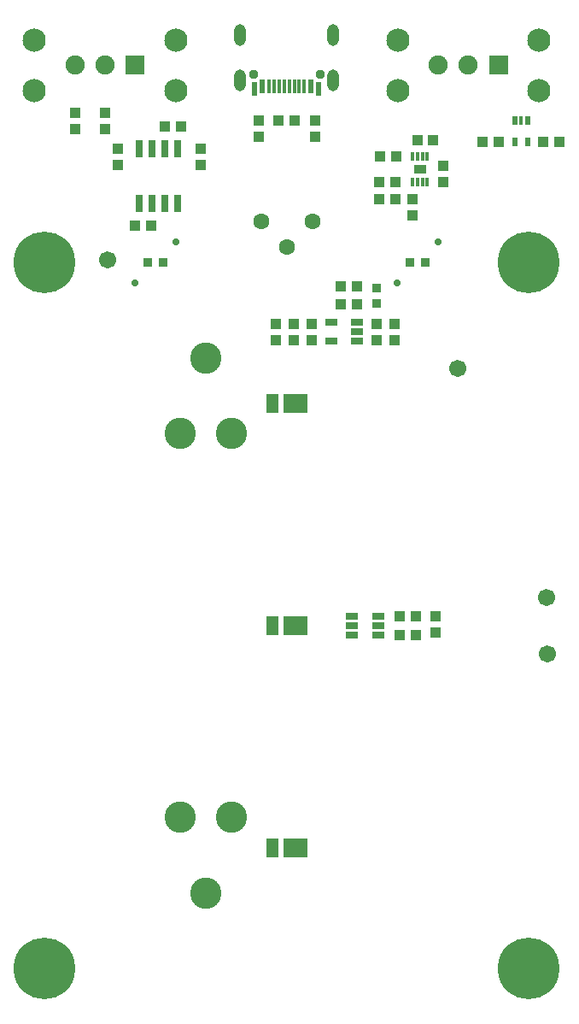
<source format=gts>
G04*
G04 #@! TF.GenerationSoftware,Altium Limited,Altium Designer,22.2.1 (43)*
G04*
G04 Layer_Color=8388736*
%FSLAX44Y44*%
%MOMM*%
G71*
G04*
G04 #@! TF.SameCoordinates,7C5D536F-F001-484F-B139-385EAFE792E0*
G04*
G04*
G04 #@! TF.FilePolarity,Negative*
G04*
G01*
G75*
%ADD27R,1.2016X0.7016*%
%ADD28R,0.7016X1.6516*%
%ADD29R,0.5016X0.8516*%
%ADD30R,0.4516X0.8516*%
%ADD31R,1.2954X0.8890*%
%ADD32R,0.3448X0.9036*%
%ADD33R,1.1016X1.1016*%
%ADD34R,1.1016X1.1016*%
%ADD35R,2.3516X1.9016*%
%ADD36R,1.2516X1.9016*%
%ADD37R,0.9016X0.9016*%
%ADD38R,0.3000X1.3500*%
%ADD39R,0.6000X1.3500*%
%ADD40R,0.9016X0.9016*%
%ADD41C,1.7016*%
%ADD42C,2.3016*%
%ADD43R,1.9016X1.9016*%
%ADD44C,1.9016*%
%ADD45C,1.6016*%
%ADD46C,6.1016*%
%ADD47C,0.7112*%
%ADD48C,3.1016*%
%ADD49O,1.1516X2.1516*%
%ADD50C,0.9516*%
D27*
X390500Y390500D02*
D03*
Y409500D02*
D03*
Y400000D02*
D03*
X364500Y409500D02*
D03*
Y390500D02*
D03*
Y400000D02*
D03*
X344000Y700500D02*
D03*
Y681500D02*
D03*
X370000Y700500D02*
D03*
Y681500D02*
D03*
Y691000D02*
D03*
D28*
X153450Y818000D02*
D03*
X166150D02*
D03*
X178850D02*
D03*
X191550D02*
D03*
Y872000D02*
D03*
X178850D02*
D03*
X166150D02*
D03*
X153450D02*
D03*
D29*
X526000Y879500D02*
D03*
X526000Y900500D02*
D03*
X539000D02*
D03*
Y879500D02*
D03*
D30*
X532500Y900500D02*
D03*
D31*
X432000Y852000D02*
D03*
D32*
X429500Y839300D02*
D03*
X434500D02*
D03*
X424500D02*
D03*
X439500D02*
D03*
X434500Y864700D02*
D03*
X429500D02*
D03*
X439500D02*
D03*
X424500D02*
D03*
D33*
X412000Y390500D02*
D03*
X428000D02*
D03*
X412000Y409500D02*
D03*
X428000D02*
D03*
X150000Y796000D02*
D03*
X166000D02*
D03*
X370000Y718500D02*
D03*
X354000D02*
D03*
X429460Y881000D02*
D03*
X445460D02*
D03*
X408000Y822000D02*
D03*
X392000D02*
D03*
X308000Y900000D02*
D03*
X292000D02*
D03*
X179000Y894000D02*
D03*
X195000D02*
D03*
X370000Y736000D02*
D03*
X354000D02*
D03*
X554500Y879500D02*
D03*
X570500D02*
D03*
X510500D02*
D03*
X494500D02*
D03*
X409000Y864700D02*
D03*
X393000D02*
D03*
X408000Y839300D02*
D03*
X392000D02*
D03*
D34*
X90000Y908000D02*
D03*
Y892000D02*
D03*
X120000Y908000D02*
D03*
Y892000D02*
D03*
X389500Y683000D02*
D03*
Y699000D02*
D03*
X289500D02*
D03*
Y683000D02*
D03*
X324500D02*
D03*
Y699000D02*
D03*
X407000Y683000D02*
D03*
Y699000D02*
D03*
X455000Y839300D02*
D03*
Y855300D02*
D03*
X424380Y822000D02*
D03*
Y806000D02*
D03*
X447500Y409500D02*
D03*
Y393500D02*
D03*
X132500Y872000D02*
D03*
Y856000D02*
D03*
X215000Y872000D02*
D03*
Y856000D02*
D03*
X307000Y699000D02*
D03*
Y683000D02*
D03*
X328000Y900000D02*
D03*
Y884000D02*
D03*
X272000Y900000D02*
D03*
Y884000D02*
D03*
D35*
X308700Y620000D02*
D03*
Y400000D02*
D03*
Y180000D02*
D03*
D36*
X286300Y620000D02*
D03*
Y400000D02*
D03*
Y180000D02*
D03*
D37*
X437500Y760000D02*
D03*
X422500D02*
D03*
X177500Y760000D02*
D03*
X162500D02*
D03*
D38*
X292500Y933750D02*
D03*
X317500D02*
D03*
X312500D02*
D03*
X307500D02*
D03*
X302500D02*
D03*
X297500D02*
D03*
X287500D02*
D03*
X282500D02*
D03*
D39*
X332000Y932000D02*
D03*
X324000Y933750D02*
D03*
X276000D02*
D03*
X268000Y932000D02*
D03*
D40*
X389500Y719000D02*
D03*
Y734000D02*
D03*
D41*
X470000Y655000D02*
D03*
X122500Y762500D02*
D03*
X558270Y371730D02*
D03*
X557500Y427500D02*
D03*
D42*
X50000Y930000D02*
D03*
X190000D02*
D03*
Y980000D02*
D03*
X50000D02*
D03*
X410000Y930000D02*
D03*
X550000D02*
D03*
Y980000D02*
D03*
X410000D02*
D03*
D43*
X150000Y955000D02*
D03*
X510000D02*
D03*
D44*
X90000D02*
D03*
X120000D02*
D03*
X450000D02*
D03*
X480000D02*
D03*
D45*
X274600Y800000D02*
D03*
X300000Y774600D02*
D03*
X325400Y800000D02*
D03*
D46*
X540000Y760000D02*
D03*
X60000D02*
D03*
X540000Y60000D02*
D03*
X60000Y60000D02*
D03*
D47*
X450320Y780320D02*
D03*
X409680Y739680D02*
D03*
X190320Y780320D02*
D03*
X149680Y739680D02*
D03*
D48*
X220000Y135000D02*
D03*
X194500Y210000D02*
D03*
X245500D02*
D03*
X220000Y665000D02*
D03*
X245500Y590000D02*
D03*
X194500D02*
D03*
D49*
X346100Y940000D02*
D03*
X253900D02*
D03*
Y985000D02*
D03*
X346100D02*
D03*
D50*
X333000Y945600D02*
D03*
X267000D02*
D03*
M02*

</source>
